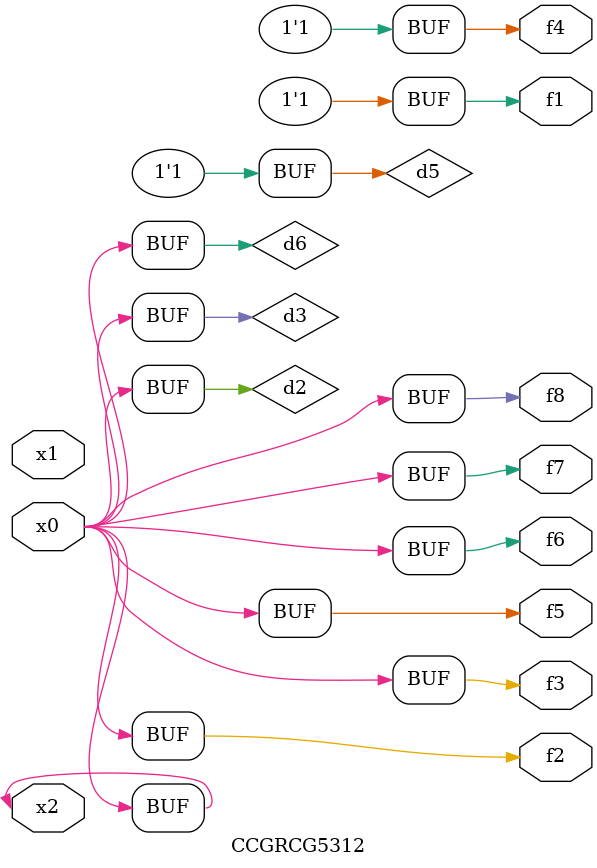
<source format=v>
module CCGRCG5312(
	input x0, x1, x2,
	output f1, f2, f3, f4, f5, f6, f7, f8
);

	wire d1, d2, d3, d4, d5, d6;

	xnor (d1, x2);
	buf (d2, x0, x2);
	and (d3, x0);
	xnor (d4, x1, x2);
	nand (d5, d1, d3);
	buf (d6, d2, d3);
	assign f1 = d5;
	assign f2 = d6;
	assign f3 = d6;
	assign f4 = d5;
	assign f5 = d6;
	assign f6 = d6;
	assign f7 = d6;
	assign f8 = d6;
endmodule

</source>
